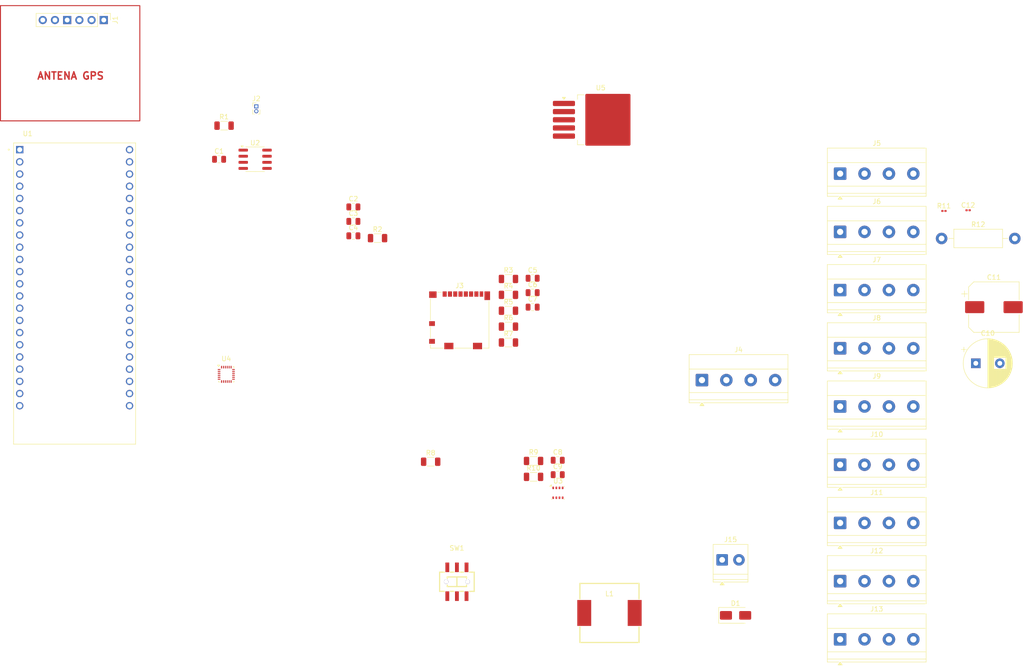
<source format=kicad_pcb>
(kicad_pcb (version 20241229) (generator "pcbnew") (generator_version "9.0")
  (layers (0 "F.Cu" signal) (2 "B.Cu" signal) (13 "F.Paste" user) (15 "B.Paste" user) (5 "F.SilkS" user "F.Silkscreen") (7 "B.SilkS" user "B.Silkscreen") (1 "F.Mask" user) (3 "B.Mask" user) (25 "Edge.Cuts" user))
  (net 0 "")
  (net 1 "GND")
  (net 3 "MOSI")
  (net 9 "Net-(U4-REGOUT)")
  (net 10 "EN")
  (net 19 "CS")
  (net 20 "MISO")
  (net 27 "CLK")
  (net 31 "TX")
  (net 32 "RX")
  (net 33 "5V")
  (net 34 "3.3V")
  (net 35 "CANL")
  (net 39 "CANH")
  (net 40 "S")
  (net 42 "Net-(J2-Pin_1)")
  (net 43 "SDA")
  (net 44 "SCL")
  (net 50 "Net-(U4-~{CS})")
  (net 51 "Net-(U4-AD0{slash}MISO)")
  (net 52 "Net-(U4-FSYNC)")
  (net 61 "Net-(U5-FB)")
  (net 62 "+5V")
  (net 99 "Net-(D1-K)")
  (net 100 "Net-(J15-Pin_1)")
  (net 101 "Net-(D1-A)")
  (net 102 "Net-(C11-Pad1)")
  (footprint "Resistor_SMD:R_1206_3216Metric" (layer "F.Cu") (at 155.0375 109.5)
    (property "Reference" "R8" (at 0 -1.83 0) (layer "F.SilkS"))
    (property "Value" "10K")
    (pad "1" smd roundrect (at -1.4625 0) (size 1.125 1.75) (layers "F.Cu" "F.Mask" "F.Paste") (roundrect_rratio 0.222222) (net 19 "CS"))
    (pad "2" smd roundrect (at 1.4625 0) (size 1.125 1.75) (layers "F.Cu" "F.Mask" "F.Paste") (roundrect_rratio 0.222222) (net 34 "3.3V"))
  )
  (footprint "easyeda2kicad:SW-SMD_MS-22D28-G020" (layer "F.Cu") (at 160.5 134.5)
    (property "Reference" "SW1" (at 0 -7 0) (layer "F.SilkS"))
    (property "Value" "MS-22D28-G020")
    (pad "" thru_hole circle (at -2.25 0) (size 0.9 0.9) (drill 0.9) (layers "*.Cu" "*.Mask"))
    (pad "" thru_hole circle (at 2.25 0) (size 0.9 0.9) (drill 0.9) (layers "*.Cu" "*.Mask"))
    (pad "1" smd rect (at -2 -3 90) (size 2 0.8) (layers "F.Cu" "F.Mask" "F.Paste") (net 102 "Net-(C11-Pad1)"))
    (pad "2" smd rect (at 0 -3 90) (size 2 0.8) (layers "F.Cu" "F.Mask" "F.Paste") (net 101 "Net-(D1-A)"))
    (pad "3" smd rect (at 2 -3 90) (size 2 0.8) (layers "F.Cu" "F.Mask" "F.Paste"))
    (pad "4" smd rect (at -2 3 90) (size 2 0.8) (layers "F.Cu" "F.Mask" "F.Paste") (net 62 "+5V"))
    (pad "5" smd rect (at 0 3 90) (size 2 0.8) (layers "F.Cu" "F.Mask" "F.Paste") (net 1 "GND"))
    (pad "6" smd rect (at 2 3 90) (size 2 0.8) (layers "F.Cu" "F.Mask" "F.Paste"))
  )
  (footprint "TerminalBlock_Phoenix:TerminalBlock_Phoenix_MKDS-1,5-4-5.08_1x04_P5.08mm_Horizontal" (layer "F.Cu") (at 240.26 73.75)
    (property "Reference" "J7" (at 7.62 -6.32 0) (layer "F.SilkS"))
    (property "Value" "Screw_Terminal_01x04")
    (pad "1" thru_hole roundrect (at 0 0) (size 2.6 2.6) (drill 1.3) (layers "*.Cu" "*.Mask") (roundrect_rratio 0.096154))
    (pad "2" thru_hole circle (at 5.08 0) (size 2.6 2.6) (drill 1.3) (layers "*.Cu" "*.Mask"))
    (pad "3" thru_hole circle (at 10.16 0) (size 2.6 2.6) (drill 1.3) (layers "*.Cu" "*.Mask"))
    (pad "4" thru_hole circle (at 15.24 0) (size 2.6 2.6) (drill 1.3) (layers "*.Cu" "*.Mask"))
  )
  (footprint "Conn_01x06:PinHeader_1x06_P2.54mm_Vertical" (layer "F.Cu") (at 87 17.5 -90)
    (property "Reference" "J1" (at 0 -2.38 90) (layer "F.SilkS"))
    (property "Value" "GN-2630G")
    (pad "1" thru_hole rect (at 0 0 270) (size 1.7 1.7) (drill 1) (layers "*.Cu" "*.Mask") (net 10 "EN"))
    (pad "2" thru_hole circle (at 0 2.54 270) (size 1.7 1.7) (drill 1) (layers "*.Cu" "*.Mask"))
    (pad "3" thru_hole circle (at 0 5.08 270) (size 1.7 1.7) (drill 1) (layers "*.Cu" "*.Mask") (net 31 "TX"))
    (pad "4" thru_hole rect (at 0 7.62 270) (size 1.7 1.7) (drill 1) (layers "*.Cu" "*.Mask") (net 32 "RX"))
    (pad "5" thru_hole circle (at 0 10.16 270) (size 1.7 1.7) (drill 1) (layers "*.Cu" "*.Mask") (net 1 "GND"))
    (pad "6" thru_hole circle (at 0 12.7 270) (size 1.7 1.7) (drill 1) (layers "*.Cu" "*.Mask") (net 33 "5V"))
  )
  (footprint "Resistor_SMD:R_1206_3216Metric" (layer "F.Cu") (at 176.45 112.65)
    (property "Reference" "R10" (at 0 -1.83 0) (layer "F.SilkS"))
    (property "Value" "4.7K")
    (pad "1" smd roundrect (at -1.4625 0) (size 1.125 1.75) (layers "F.Cu" "F.Mask" "F.Paste") (roundrect_rratio 0.222222) (net 43 "SDA"))
    (pad "2" smd roundrect (at 1.4625 0) (size 1.125 1.75) (layers "F.Cu" "F.Mask" "F.Paste") (roundrect_rratio 0.222222) (net 34 "3.3V"))
  )
  (footprint "Capacitor_SMD:C_0805_2012Metric" (layer "F.Cu") (at 176.26 71.28)
    (property "Reference" "C5" (at 0 -1.68 0) (layer "F.SilkS"))
    (property "Value" "0.1uF")
    (pad "1" smd roundrect (at -0.95 0) (size 1 1.45) (layers "F.Cu" "F.Mask" "F.Paste") (net 34 "3.3V"))
    (pad "2" smd roundrect (at 0.95 0) (size 1 1.45) (layers "F.Cu" "F.Mask" "F.Paste") (net 1 "GND"))
  )
  (footprint "Capacitor_SMD:C_0805_2012Metric" (layer "F.Cu") (at 181.48 112.2)
    (property "Reference" "C9" (at 0 -1.68 0) (layer "F.SilkS"))
    (property "Value" "0.1uF")
    (pad "1" smd roundrect (at -0.95 0) (size 1 1.45) (layers "F.Cu" "F.Mask" "F.Paste") (net 34 "3.3V"))
    (pad "2" smd roundrect (at 0.95 0) (size 1 1.45) (layers "F.Cu" "F.Mask" "F.Paste") (net 1 "GND"))
  )
  (footprint "ESP32-S3-DEVKITC-1U-N8R2:XCVR_ESP32-S3-DEVKITC-1U-N8R2" (layer "F.Cu") (at 80.93 74.47)
    (property "Reference" "U1" (at -9.775 -33.305 0) (layer "F.SilkS"))
    (property "Value" "ESP32-S3-DEVKITC-1U-N8R2")
    (pad "J1_1" thru_hole rect (at -11.43 -29.97) (size 1.53 1.53) (drill 1.02) (layers "*.Cu" "*.Mask") (net 34 "3.3V"))
    (pad "J1_2" thru_hole circle (at -11.43 -27.43) (size 1.53 1.53) (drill 1.02) (layers "*.Cu" "*.Mask") (net 34 "3.3V"))
    (pad "J1_3" thru_hole circle (at -11.43 -24.89) (size 1.53 1.53) (drill 1.02) (layers "*.Cu" "*.Mask"))
    (pad "J1_4" thru_hole circle (at -11.43 -22.35) (size 1.53 1.53) (drill 1.02) (layers "*.Cu" "*.Mask") (net 10 "EN"))
    (pad "J1_5" thru_hole circle (at -11.43 -19.81) (size 1.53 1.53) (drill 1.02) (layers "*.Cu" "*.Mask"))
    (pad "J1_6" thru_hole circle (at -11.43 -17.27) (size 1.53 1.53) (drill 1.02) (layers "*.Cu" "*.Mask"))
    (pad "J1_7" thru_hole circle (at -11.43 -14.73) (size 1.53 1.53) (drill 1.02) (layers "*.Cu" "*.Mask"))
    (pad "J1_8" thru_hole circle (at -11.43 -12.19) (size 1.53 1.53) (drill 1.02) (layers "*.Cu" "*.Mask"))
    (pad "J1_9" thru_hole circle (at -11.43 -9.65) (size 1.53 1.53) (drill 1.02) (layers "*.Cu" "*.Mask"))
    (pad "J1_10" thru_hole circle (at -11.43 -7.11) (size 1.53 1.53) (drill 1.02) (layers "*.Cu" "*.Mask"))
    (pad "J1_11" thru_hole circle (at -11.43 -4.57) (size 1.53 1.53) (drill 1.02) (layers "*.Cu" "*.Mask"))
    (pad "J1_12" thru_hole circle (at -11.43 -2.03) (size 1.53 1.53) (drill 1.02) (layers "*.Cu" "*.Mask") (net 43 "SDA"))
    (pad "J1_13" thru_hole circle (at -11.43 0.51) (size 1.53 1.53) (drill 1.02) (layers "*.Cu" "*.Mask"))
    (pad "J1_14" thru_hole circle (at -11.43 3.05) (size 1.53 1.53) (drill 1.02) (layers "*.Cu" "*.Mask"))
    (pad "J1_15" thru_hole circle (at -11.43 5.59) (size 1.53 1.53) (drill 1.02) (layers "*.Cu" "*.Mask") (net 44 "SCL"))
    (pad "J1_16" thru_hole circle (at -11.43 8.13) (size 1.53 1.53) (drill 1.02) (layers "*.Cu" "*.Mask") (net 19 "CS"))
    (pad "J1_17" thru_hole circle (at -11.43 10.67) (size 1.53 1.53) (drill 1.02) (layers "*.Cu" "*.Mask") (net 3 "MOSI"))
    (pad "J1_18" thru_hole circle (at -11.43 13.21) (size 1.53 1.53) (drill 1.02) (layers "*.Cu" "*.Mask") (net 27 "CLK"))
    (pad "J1_19" thru_hole circle (at -11.43 15.75) (size 1.53 1.53) (drill 1.02) (layers "*.Cu" "*.Mask") (net 20 "MISO"))
    (pad "J1_20" thru_hole circle (at -11.43 18.29) (size 1.53 1.53) (drill 1.02) (layers "*.Cu" "*.Mask"))
    (pad "J1_21" thru_hole circle (at -11.43 20.83) (size 1.53 1.53) (drill 1.02) (layers "*.Cu" "*.Mask") (net 33 "5V"))
    (pad "J1_22" thru_hole circle (at -11.43 23.37) (size 1.53 1.53) (drill 1.02) (layers "*.Cu" "*.Mask") (net 1 "GND"))
    (pad "J3_1" thru_hole circle (at 11.43 -29.97) (size 1.53 1.53) (drill 1.02) (layers "*.Cu" "*.Mask") (net 1 "GND"))
    (pad "J3_2" thru_hole circle (at 11.43 -27.43) (size 1.53 1.53) (drill 1.02) (layers "*.Cu" "*.Mask") (net 31 "TX"))
    (pad "J3_3" thru_hole circle (at 11.43 -24.89) (size 1.53 1.53) (drill 1.02) (layers "*.Cu" "*.Mask") (net 32 "RX"))
    (pad "J3_4" thru_hole circle (at 11.43 -22.35) (size 1.53 1.53) (drill 1.02) (layers "*.Cu" "*.Mask"))
    (pad "J3_5" thru_hole circle (at 11.43 -19.81) (size 1.53 1.53) (drill 1.02) (layers "*.Cu" "*.Mask"))
    (pad "J3_6" thru_hole circle (at 11.43 -17.27) (size 1.53 1.53) (drill 1.02) (layers "*.Cu" "*.Mask"))
    (pad "J3_7" thru_hole circle (at 11.43 -14.73) (size 1.53 1.53) (drill 1.02) (layers "*.Cu" "*.Mask"))
    (pad "J3_8" thru_hole circle (at 11.43 -12.19) (size 1.53 1.53) (drill 1.02) (layers "*.Cu" "*.Mask"))
    (pad "J3_9" thru_hole circle (at 11.43 -9.65) (size 1.53 1.53) (drill 1.02) (layers "*.Cu" "*.Mask"))
    (pad "J3_10" thru_hole circle (at 11.43 -7.11) (size 1.53 1.53) (drill 1.02) (layers "*.Cu" "*.Mask"))
    (pad "J3_11" thru_hole circle (at 11.43 -4.57) (size 1.53 1.53) (drill 1.02) (layers "*.Cu" "*.Mask"))
    (pad "J3_12" thru_hole circle (at 11.43 -2.03) (size 1.53 1.53) (drill 1.02) (layers "*.Cu" "*.Mask"))
    (pad "J3_13" thru_hole circle (at 11.43 0.51) (size 1.53 1.53) (drill 1.02) (layers "*.Cu" "*.Mask"))
    (pad "J3_14" thru_hole circle (at 11.43 3.05) (size 1.53 1.53) (drill 1.02) (layers "*.Cu" "*.Mask"))
    (pad "J3_15" thru_hole circle (at 11.43 5.59) (size 1.53 1.53) (drill 1.02) (layers "*.Cu" "*.Mask"))
    (pad "J3_16" thru_hole circle (at 11.43 8.13) (size 1.53 1.53) (drill 1.02) (layers "*.Cu" "*.Mask"))
    (pad "J3_17" thru_hole circle (at 11.43 10.67) (size 1.53 1.53) (drill 1.02) (layers "*.Cu" "*.Mask"))
    (pad "J3_18" thru_hole circle (at 11.43 13.21) (size 1.53 1.53) (drill 1.02) (layers "*.Cu" "*.Mask"))
    (pad "J3_19" thru_hole circle (at 11.43 15.75) (size 1.53 1.53) (drill 1.02) (layers "*.Cu" "*.Mask"))
    (pad "J3_20" thru_hole circle (at 11.43 18.29) (size 1.53 1.53) (drill 1.02) (layers "*.Cu" "*.Mask"))
    (pad "J3_21" thru_hole circle (at 11.43 20.83) (size 1.53 1.53) (drill 1.02) (layers "*.Cu" "*.Mask") (net 1 "GND"))
    (pad "J3_22" thru_hole circle (at 11.43 23.37) (size 1.53 1.53) (drill 1.02) (layers "*.Cu" "*.Mask") (net 1 "GND"))
  )
  (footprint "Capacitor_SMD:C_0805_2012Metric" (layer "F.Cu") (at 176.26 74.29)
    (property "Reference" "C6" (at 0 -1.68 0) (layer "F.SilkS"))
    (property "Value" "0.01uF")
    (pad "1" smd roundrect (at -0.95 0) (size 1 1.45) (layers "F.Cu" "F.Mask" "F.Paste") (net 34 "3.3V"))
    (pad "2" smd roundrect (at 0.95 0) (size 1 1.45) (layers "F.Cu" "F.Mask" "F.Paste") (net 1 "GND"))
  )
  (footprint "Sensor_Motion:InvenSense_QFN-24_3x3mm_P0.4mm" (layer "F.Cu") (at 112.5 91.3)
    (property "Reference" "U4" (at 0 -3.25 0) (layer "F.SilkS"))
    (property "Value" "MPU-9250")
    (pad "1" smd roundrect (at -1.5 -1) (size 0.55 0.2) (layers "F.Cu" "F.Mask" "F.Paste") (net 34 "3.3V"))
    (pad "2" smd roundrect (at -1.5 -0.6) (size 0.55 0.2) (layers "F.Cu" "F.Mask" "F.Paste"))
    (pad "3" smd roundrect (at -1.5 -0.2) (size 0.55 0.2) (layers "F.Cu" "F.Mask" "F.Paste"))
    (pad "4" smd roundrect (at -1.5 0.2) (size 0.55 0.2) (layers "F.Cu" "F.Mask" "F.Paste"))
    (pad "5" smd roundrect (at -1.5 0.6) (size 0.55 0.2) (layers "F.Cu" "F.Mask" "F.Paste"))
    (pad "6" smd roundrect (at -1.5 1) (size 0.55 0.2) (layers "F.Cu" "F.Mask" "F.Paste"))
    (pad "7" smd roundrect (at -1 1.5 90) (size 0.55 0.2) (layers "F.Cu" "F.Mask" "F.Paste"))
    (pad "8" smd roundrect (at -0.6 1.5 90) (size 0.55 0.2) (layers "F.Cu" "F.Mask" "F.Paste") (net 34 "3.3V"))
    (pad "9" smd roundrect (at -0.2 1.5 90) (size 0.55 0.2) (layers "F.Cu" "F.Mask" "F.Paste") (net 51 "Net-(U4-AD0{slash}MISO)"))
    (pad "10" smd roundrect (at 0.2 1.5 90) (size 0.55 0.2) (layers "F.Cu" "F.Mask" "F.Paste") (net 9 "Net-(U4-REGOUT)"))
    (pad "11" smd roundrect (at 0.6 1.5 90) (size 0.55 0.2) (layers "F.Cu" "F.Mask" "F.Paste") (net 52 "Net-(U4-FSYNC)"))
    (pad "12" smd roundrect (at 1 1.5 90) (size 0.55 0.2) (layers "F.Cu" "F.Mask" "F.Paste"))
    (pad "13" smd roundrect (at 1.5 1) (size 0.55 0.2) (layers "F.Cu" "F.Mask" "F.Paste") (net 34 "3.3V"))
    (pad "14" smd roundrect (at 1.5 0.6) (size 0.55 0.2) (layers "F.Cu" "F.Mask" "F.Paste"))
    (pad "15" smd roundrect (at 1.5 0.2) (size 0.55 0.2) (layers "F.Cu" "F.Mask" "F.Paste"))
    (pad "16" smd roundrect (at 1.5 -0.2) (size 0.55 0.2) (layers "F.Cu" "F.Mask" "F.Paste"))
    (pad "17" smd roundrect (at 1.5 -0.6) (size 0.55 0.2) (layers "F.Cu" "F.Mask" "F.Paste"))
    (pad "18" smd roundrect (at 1.5 -1) (size 0.55 0.2) (layers "F.Cu" "F.Mask" "F.Paste") (net 1 "GND"))
    (pad "19" smd roundrect (at 1 -1.5 90) (size 0.55 0.2) (layers "F.Cu" "F.Mask" "F.Paste"))
    (pad "20" smd roundrect (at 0.6 -1.5 90) (size 0.55 0.2) (layers "F.Cu" "F.Mask" "F.Paste") (net 1 "GND"))
    (pad "21" smd roundrect (at 0.2 -1.5 90) (size 0.55 0.2) (layers "F.Cu" "F.Mask" "F.Paste"))
    (pad "22" smd roundrect (at -0.2 -1.5 90) (size 0.55 0.2) (layers "F.Cu" "F.Mask" "F.Paste") (net 50 "Net-(U4-~{CS})"))
    (pad "23" smd roundrect (at -0.6 -1.5 90) (size 0.55 0.2) (layers "F.Cu" "F.Mask" "F.Paste") (net 44 "SCL"))
    (pad "24" smd roundrect (at -1 -1.5 90) (size 0.55 0.2) (layers "F.Cu" "F.Mask" "F.Paste") (net 43 "SDA"))
  )
  (footprint "Resistor_SMD:R_1206_3216Metric" (layer "F.Cu") (at 171.23 71.43)
    (property "Reference" "R3" (at 0 -1.83 0) (layer "F.SilkS"))
    (property "Value" "10K")
    (pad "1" smd roundrect (at -1.4625 0) (size 1.125 1.75) (layers "F.Cu" "F.Mask" "F.Paste") (roundrect_rratio 0.222222) (net 50 "Net-(U4-~{CS})"))
    (pad "2" smd roundrect (at 1.4625 0) (size 1.125 1.75) (layers "F.Cu" "F.Mask" "F.Paste") (roundrect_rratio 0.222222) (net 34 "3.3V"))
  )
  (footprint "Capacitor_THT:CP_Radial_D10.0mm_P5.00mm" (layer "F.Cu") (at 268.5 89)
    (property "Reference" "C10" (at 2.5 -6.25 0) (layer "F.SilkS"))
    (property "Value" "470uF")
    (pad "1" thru_hole rect (at 0 0) (size 2 2) (drill 1) (layers "*.Cu" "*.Mask") (net 100 "Net-(J15-Pin_1)"))
    (pad "2" thru_hole circle (at 5 0) (size 2 2) (drill 1) (layers "*.Cu" "*.Mask") (net 101 "Net-(D1-A)"))
  )
  (footprint "Connector_Card:microSD_HC_Molex_104031-0811" (layer "F.Cu") (at 161.06 80.025)
    (property "Reference" "J3" (at 0 -7.18 0) (layer "F.SilkS"))
    (property "Value" "Micro_SD_Card")
    (pad "1" smd rect (at -3.105 -5.45) (size 0.85 1.1) (layers "F.Cu" "F.Mask" "F.Paste"))
    (pad "2" smd rect (at -2.005 -5.45) (size 0.85 1.1) (layers "F.Cu" "F.Mask" "F.Paste") (net 19 "CS"))
    (pad "3" smd rect (at -0.905 -5.45) (size 0.85 1.1) (layers "F.Cu" "F.Mask" "F.Paste") (net 3 "MOSI"))
    (pad "4" smd rect (at 0.195 -5.45) (size 0.85 1.1) (layers "F.Cu" "F.Mask" "F.Paste") (net 34 "3.3V"))
    (pad "5" smd rect (at 1.295 -5.45) (size 0.85 1.1) (layers "F.Cu" "F.Mask" "F.Paste") (net 27 "CLK"))
    (pad "6" smd rect (at 2.395 -5.45) (size 0.85 1.1) (layers "F.Cu" "F.Mask" "F.Paste") (net 1 "GND"))
    (pad "7" smd rect (at 3.495 -5.45) (size 0.85 1.1) (layers "F.Cu" "F.Mask" "F.Paste") (net 20 "MISO"))
    (pad "8" smd rect (at 4.545 -5.45) (size 0.75 1.1) (layers "F.Cu" "F.Mask" "F.Paste"))
    (pad "9" smd rect (at -5.74 0.7) (size 1.2 1) (layers "F.Cu" "F.Mask" "F.Paste"))
    (pad "10" smd rect (at -5.74 4.4) (size 1.2 1) (layers "F.Cu" "F.Mask" "F.Paste"))
    (pad "11" smd rect (at -5.565 -5.325) (size 1.55 1.35) (layers "F.Cu" "F.Mask" "F.Paste"))
    (pad "11" smd rect (at -2.24 5.375) (size 1.9 1.35) (layers "F.Cu" "F.Mask" "F.Paste"))
    (pad "11" smd rect (at 3.73 5.375) (size 1.9 1.35) (layers "F.Cu" "F.Mask" "F.Paste"))
    (pad "11" smd rect (at 5.755 -5.1) (size 1.17 1.8) (layers "F.Cu" "F.Mask" "F.Paste"))
  )
  (footprint "Resistor_SMD:R_0201_0603Metric" (layer "F.Cu") (at 261.87 57.27)
    (property "Reference" "R11" (at 0 -1.05 0) (layer "F.SilkS"))
    (property "Value" "1K")
    (pad "1" smd roundrect (at -0.32 0) (size 0.46 0.4) (layers "F.Cu" "F.Mask") (net 1 "GND"))
    (pad "2" smd roundrect (at 0.32 0) (size 0.46 0.4) (layers "F.Cu" "F.Mask") (net 61 "Net-(U5-FB)"))
  )
  (footprint "Resistor_SMD:R_1206_3216Metric" (layer "F.Cu") (at 171.23 84.67)
    (property "Reference" "R7" (at 0 -1.83 0) (layer "F.SilkS"))
    (property "Value" "10K")
    (pad "1" smd roundrect (at -1.4625 0) (size 1.125 1.75) (layers "F.Cu" "F.Mask" "F.Paste") (roundrect_rratio 0.222222) (net 1 "GND"))
    (pad "2" smd roundrect (at 1.4625 0) (size 1.125 1.75) (layers "F.Cu" "F.Mask" "F.Paste") (roundrect_rratio 0.222222) (net 52 "Net-(U4-FSYNC)"))
  )
  (footprint "Capacitor_SMD:CP_Elec_10x10" (layer "F.Cu") (at 272.270354 77.3)
    (property "Reference" "C11" (at 0 -6.2 0) (layer "F.SilkS"))
    (property "Value" "220uF")
    (pad "1" smd roundrect (at -4 0) (size 4 2.5) (layers "F.Cu" "F.Mask" "F.Paste") (roundrect_rratio 0.1) (net 102 "Net-(C11-Pad1)"))
    (pad "2" smd roundrect (at 4 0) (size 4 2.5) (layers "F.Cu" "F.Mask" "F.Paste") (roundrect_rratio 0.1) (net 101 "Net-(D1-A)"))
  )
  (footprint "TerminalBlock_Phoenix:TerminalBlock_Phoenix_MKDS-1,5-4-5.08_1x04_P5.08mm_Horizontal" (layer "F.Cu") (at 240.26 61.625)
    (property "Reference" "J6" (at 7.62 -6.32 0) (layer "F.SilkS"))
    (property "Value" "Screw_Terminal_01x04")
    (pad "1" thru_hole roundrect (at 0 0) (size 2.6 2.6) (drill 1.3) (layers "*.Cu" "*.Mask") (roundrect_rratio 0.096154))
    (pad "2" thru_hole circle (at 5.08 0) (size 2.6 2.6) (drill 1.3) (layers "*.Cu" "*.Mask"))
    (pad "3" thru_hole circle (at 10.16 0) (size 2.6 2.6) (drill 1.3) (layers "*.Cu" "*.Mask"))
    (pad "4" thru_hole circle (at 15.24 0) (size 2.6 2.6) (drill 1.3) (layers "*.Cu" "*.Mask"))
  )
  (footprint "TerminalBlock_Phoenix:TerminalBlock_Phoenix_MKDS-1,5-4-5.08_1x04_P5.08mm_Horizontal" (layer "F.Cu") (at 240.26 98)
    (property "Reference" "J9" (at 7.62 -6.32 0) (layer "F.SilkS"))
    (property "Value" "Screw_Terminal_01x04")
    (pad "1" thru_hole roundrect (at 0 0) (size 2.6 2.6) (drill 1.3) (layers "*.Cu" "*.Mask") (roundrect_rratio 0.096154))
    (pad "2" thru_hole circle (at 5.08 0) (size 2.6 2.6) (drill 1.3) (layers "*.Cu" "*.Mask"))
    (pad "3" thru_hole circle (at 10.16 0) (size 2.6 2.6) (drill 1.3) (layers "*.Cu" "*.Mask"))
    (pad "4" thru_hole circle (at 15.24 0) (size 2.6 2.6) (drill 1.3) (layers "*.Cu" "*.Mask"))
  )
  (footprint "Connector_PinHeader_1.00mm:PinHeader_1x02_P1.00mm_Vertical" (layer "F.Cu") (at 118.75 35.49)
    (property "Reference" "J2" (at 0 -1.61 0) (layer "F.SilkS"))
    (property "Value" "Jumper")
    (pad "1" thru_hole rect (at 0 0) (size 0.85 0.85) (drill 0.5) (layers "*.Cu" "*.Mask") (net 42 "Net-(J2-Pin_1)"))
    (pad "2" thru_hole circle (at 0 1) (size 0.85 0.85) (drill 0.5) (layers "*.Cu" "*.Mask") (net 35 "CANL"))
  )
  (footprint "Resistor_SMD:R_1206_3216Metric" (layer "F.Cu") (at 171.23 74.74)
    (property "Reference" "R4" (at 0 -1.83 0) (layer "F.SilkS"))
    (property "Value" "10K")
    (pad "1" smd roundrect (at -1.4625 0) (size 1.125 1.75) (layers "F.Cu" "F.Mask" "F.Paste") (roundrect_rratio 0.222222) (net 43 "SDA"))
    (pad "2" smd roundrect (at 1.4625 0) (size 1.125 1.75) (layers "F.Cu" "F.Mask" "F.Paste") (roundrect_rratio 0.222222) (net 34 "3.3V"))
  )
  (footprint "Resistor_SMD:R_1206_3216Metric" (layer "F.Cu") (at 176.45 109.34)
    (property "Reference" "R9" (at 0 -1.83 0) (layer "F.SilkS"))
    (property "Value" "4.7K")
    (pad "1" smd roundrect (at -1.4625 0) (size 1.125 1.75) (layers "F.Cu" "F.Mask" "F.Paste") (roundrect_rratio 0.222222) (net 44 "SCL"))
    (pad "2" smd roundrect (at 1.4625 0) (size 1.125 1.75) (layers "F.Cu" "F.Mask" "F.Paste") (roundrect_rratio 0.222222) (net 34 "3.3V"))
  )
  (footprint "TerminalBlock_Phoenix:TerminalBlock_Phoenix_PT-1,5-2-3.5-H_1x02_P3.50mm_Horizontal" (layer "F.Cu") (at 215.705 129.94)
    (property "Reference" "J15" (at 1.75 -4.22 0) (layer "F.SilkS"))
    (property "Value" "POWER")
    (pad "1" thru_hole roundrect (at 0 0) (size 2.4 2.4) (drill 1.2) (layers "*.Cu" "*.Mask") (roundrect_rratio 0.104167) (net 100 "Net-(J15-Pin_1)"))
    (pad "2" thru_hole circle (at 3.5 0) (size 2.4 2.4) (drill 1.2) (layers "*.Cu" "*.Mask") (net 101 "Net-(D1-A)"))
  )
  (footprint "Capacitor_SMD:C_0805_2012Metric" (layer "F.Cu") (at 176.26 77.3)
    (property "Reference" "C7" (at 0 -1.68 0) (layer "F.SilkS"))
    (property "Value" "0.1uF")
    (pad "1" smd roundrect (at -0.95 0) (size 1 1.45) (layers "F.Cu" "F.Mask" "F.Paste") (net 9 "Net-(U4-REGOUT)"))
    (pad "2" smd roundrect (at 0.95 0) (size 1 1.45) (layers "F.Cu" "F.Mask" "F.Paste") (net 1 "GND"))
  )
  (footprint "TerminalBlock_Phoenix:TerminalBlock_Phoenix_MKDS-1,5-4-5.08_1x04_P5.08mm_Horizontal" (layer "F.Cu") (at 240.26 110.125)
    (property "Reference" "J10" (at 7.62 -6.32 0) (layer "F.SilkS"))
    (property "Value" "Screw_Terminal_01x04")
    (pad "1" thru_hole roundrect (at 0 0) (size 2.6 2.6) (drill 1.3) (layers "*.Cu" "*.Mask") (roundrect_rratio 0.096154))
    (pad "2" thru_hole circle (at 5.08 0) (size 2.6 2.6) (drill 1.3) (layers "*.Cu" "*.Mask"))
    (pad "3" thru_hole circle (at 10.16 0) (size 2.6 2.6) (drill 1.3) (layers "*.Cu" "*.Mask"))
    (pad "4" thru_hole circle (at 15.24 0) (size 2.6 2.6) (drill 1.3) (layers "*.Cu" "*.Mask"))
  )
  (footprint "Resistor_THT:R_Axial_DIN0411_L9.9mm_D3.6mm_P15.24mm_Horizontal" (layer "F.Cu") (at 261.38 63)
    (property "Reference" "R12" (at 7.62 -2.92 0) (layer "F.SilkS"))
    (property "Value" "3K")
    (pad "1" thru_hole circle (at 0 0) (size 2.4 2.4) (drill 1.2) (layers "*.Cu" "*.Mask") (net 102 "Net-(C11-Pad1)"))
    (pad "2" thru_hole oval (at 15.24 0) (size 2.4 2.4) (drill 1.2) (layers "*.Cu" "*.Mask") (net 61 "Net-(U5-FB)"))
  )
  (footprint "Package_SO:SOIC-8_3.9x4.9mm_P1.27mm" (layer "F.Cu") (at 118.5 46.5)
    (property "Reference" "U2" (at 0 -3.4 0) (layer "F.SilkS"))
    (property "Value" "TJA1051T")
    (pad "1" smd roundrect (at -2.475 -1.905) (size 1.95 0.6) (layers "F.Cu" "F.Mask" "F.Paste") (net 31 "TX"))
    (pad "2" smd roundrect (at -2.475 -0.635) (size 1.95 0.6) (layers "F.Cu" "F.Mask" "F.Paste") (net 1 "GND"))
    (pad "3" smd roundrect (at -2.475 0.635) (size 1.95 0.6) (layers "F.Cu" "F.Mask" "F.Paste") (net 33 "5V"))
    (pad "4" smd roundrect (at -2.475 1.905) (size 1.95 0.6) (layers "F.Cu" "F.Mask" "F.Paste") (net 32 "RX"))
    (pad "5" smd roundrect (at 2.475 1.905) (size 1.95 0.6) (layers "F.Cu" "F.Mask" "F.Paste"))
    (pad "6" smd roundrect (at 2.475 0.635) (size 1.95 0.6) (layers "F.Cu" "F.Mask" "F.Paste") (net 35 "CANL"))
    (pad "7" smd roundrect (at 2.475 -0.635) (size 1.95 0.6) (layers "F.Cu" "F.Mask" "F.Paste") (net 39 "CANH"))
    (pad "8" smd roundrect (at 2.475 -1.905) (size 1.95 0.6) (layers "F.Cu" "F.Mask" "F.Paste") (net 40 "S"))
  )
  (footprint "TerminalBlock_Phoenix:TerminalBlock_Phoenix_MKDS-1,5-4-5.08_1x04_P5.08mm_Horizontal" (layer "F.Cu") (at 240.26 49.5)
    (property "Reference" "J5" (at 7.62 -6.32 0) (layer "F.SilkS"))
    (property "Value" "Screw_Terminal_01x04")
    (pad "1" thru_hole roundrect (at 0 0) (size 2.6 2.6) (drill 1.3) (layers "*.Cu" "*.Mask") (roundrect_rratio 0.096154))
    (pad "2" thru_hole circle (at 5.08 0) (size 2.6 2.6) (drill 1.3) (layers "*.Cu" "*.Mask"))
    (pad "3" thru_hole circle (at 10.16 0) (size 2.6 2.6) (drill 1.3) (layers "*.Cu" "*.Mask"))
    (pad "4" thru_hole circle (at 15.24 0) (size 2.6 2.6) (drill 1.3) (layers "*.Cu" "*.Mask"))
  )
  (footprint "Capacitor_SMD:C_0805_2012Metric" (layer "F.Cu") (at 138.95 56.43)
    (property "Reference" "C2" (at 0 -1.68 0) (layer "F.SilkS"))
    (property "Value" "0.1uF")
    (pad "1" smd roundrect (at -0.95 0) (size 1 1.45) (layers "F.Cu" "F.Mask" "F.Paste") (net 33 "5V"))
    (pad "2" smd roundrect (at 0.95 0) (size 1 1.45) (layers "F.Cu" "F.Mask" "F.Paste") (net 1 "GND"))
  )
  (footprint "TerminalBlock_Phoenix:TerminalBlock_Phoenix_MKDS-1,5-4-5.08_1x04_P5.08mm_Horizontal" (layer "F.Cu") (at 240.26 146.5)
    (property "Reference" "J13" (at 7.62 -6.32 0) (layer "F.SilkS"))
    (property "Value" "Screw_Terminal_01x04")
    (pad "1" thru_hole roundrect (at 0 0) (size 2.6 2.6) (drill 1.3) (layers "*.Cu" "*.Mask") (roundrect_rratio 0.096154))
    (pad "2" thru_hole circle (at 5.08 0) (size 2.6 2.6) (drill 1.3) (layers "*.Cu" "*.Mask"))
    (pad "3" thru_hole circle (at 10.16 0) (size 2.6 2.6) (drill 1.3) (layers "*.Cu" "*.Mask"))
    (pad "4" thru_hole circle (at 15.24 0) (size 2.6 2.6) (drill 1.3) (layers "*.Cu" "*.Mask"))
  )
  (footprint "Capacitor_SMD:C_0805_2012Metric" (layer "F.Cu") (at 138.95 62.45)
    (property "Reference" "C4" (at 0 -1.68 0) (layer "F.SilkS"))
    (property "Value" "0.1uF")
    (pad "1" smd roundrect (at -0.95 0) (size 1 1.45) (layers "F.Cu" "F.Mask" "F.Paste") (net 32 "RX"))
    (pad "2" smd roundrect (at 0.95 0) (size 1 1.45) (layers "F.Cu" "F.Mask" "F.Paste") (net 1 "GND"))
  )
  (footprint "Capacitor_SMD:C_0201_0603Metric" (layer "F.Cu") (at 266.9 57.12)
    (property "Reference" "C12" (at 0 -1.05 0) (layer "F.SilkS"))
    (property "Value" "470pF")
    (pad "1" smd roundrect (at -0.32 0) (size 0.46 0.4) (layers "F.Cu" "F.Mask") (net 61 "Net-(U5-FB)"))
    (pad "2" smd roundrect (at 0.32 0) (size 0.46 0.4) (layers "F.Cu" "F.Mask") (net 102 "Net-(C11-Pad1)"))
  )
  (footprint "TerminalBlock_Phoenix:TerminalBlock_Phoenix_MKDS-1,5-4-5.08_1x04_P5.08mm_Horizontal" (layer "F.Cu") (at 211.5 92.5)
    (property "Reference" "J4" (at 7.62 -6.32 0) (layer "F.SilkS"))
    (property "Value" "Screw_Terminal_01x04")
    (pad "1" thru_hole roundrect (at 0 0) (size 2.6 2.6) (drill 1.3) (layers "*.Cu" "*.Mask") (roundrect_rratio 0.096154))
    (pad "2" thru_hole circle (at 5.08 0) (size 2.6 2.6) (drill 1.3) (layers "*.Cu" "*.Mask"))
    (pad "3" thru_hole circle (at 10.16 0) (size 2.6 2.6) (drill 1.3) (layers "*.Cu" "*.Mask"))
    (pad "4" thru_hole circle (at 15.24 0) (size 2.6 2.6) (drill 1.3) (layers "*.Cu" "*.Mask"))
  )
  (footprint "TerminalBlock_Phoenix:TerminalBlock_Phoenix_MKDS-1,5-4-5.08_1x04_P5.08mm_Horizontal" (layer "F.Cu") (at 240.26 134.375)
    (property "Reference" "J12" (at 7.62 -6.32 0) (layer "F.SilkS"))
    (property "Value" "Screw_Terminal_01x04")
    (pad "1" thru_hole roundrect (at 0 0) (size 2.6 2.6) (drill 1.3) (layers "*.Cu" "*.Mask") (roundrect_rratio 0.096154))
    (pad "2" thru_hole circle (at 5.08 0) (size 2.6 2.6) (drill 1.3) (layers "*.Cu" "*.Mask"))
    (pad "3" thru_hole circle (at 10.16 0) (size 2.6 2.6) (drill 1.3) (layers "*.Cu" "*.Mask"))
    (pad "4" thru_hole circle (at 15.24 0) (size 2.6 2.6) (drill 1.3) (layers "*.Cu" "*.Mask"))
  )
  (footprint "Diode_SMD:D_SMA" (layer "F.Cu") (at 218.5 141.5)
    (property "Reference" "D1" (at 0 -2.5 0) (layer "F.SilkS"))
    (property "Value" "5V")
    (pad "1" smd roundrect (at -2 0) (size 2.5 1.8) (layers "F.Cu" "F.Mask" "F.Paste") (roundrect_rratio 0.1388888889) (net 99 "Net-(D1-K)"))
    (pad "2" smd roundrect (at 2 0) (size 2.5 1.8) (layers "F.Cu" "F.Mask" "F.Paste") (roundrect_rratio 0.1388888889) (net 101 "Net-(D1-A)"))
  )
  (footprint "Resistor_SMD:R_1206_3216Metric" (layer "F.Cu") (at 143.98 62.93)
    (property "Reference" "R2" (at 0 -1.83 0) (layer "F.SilkS"))
    (property "Value" "120R")
    (pad "1" smd roundrect (at -1.4625 0) (size 1.125 1.75) (layers "F.Cu" "F.Mask" "F.Paste") (roundrect_rratio 0.222222) (net 40 "S"))
    (pad "2" smd roundrect (at 1.4625 0) (size 1.125 1.75) (layers "F.Cu" "F.Mask" "F.Paste") (roundrect_rratio 0.222222) (net 1 "GND"))
  )
  (footprint "Capacitor_SMD:C_0805_2012Metric" (layer "F.Cu") (at 138.95 59.44)
    (property "Reference" "C3" (at 0 -1.68 0) (layer "F.SilkS"))
    (property "Value" "47uF")
    (pad "1" smd roundrect (at -0.95 0) (size 1 1.45) (layers "F.Cu" "F.Mask" "F.Paste") (net 33 "5V"))
    (pad "2" smd roundrect (at 0.95 0) (size 1 1.45) (layers "F.Cu" "F.Mask" "F.Paste") (net 1 "GND"))
  )
  (footprint "Package_LGA:Bosch_LGA-8_2.5x2.5mm_P0.65mm_ClockwisePinNumbering" (layer "F.Cu") (at 181.525 115.975)
    (property "Reference" "U3" (at 0.015 -2.465 0) (layer "F.SilkS"))
    (property "Value" "BME280")
    (pad "1" smd rect (at -0.975 -1.025 90) (size 0.5 0.35) (layers "F.Cu" "F.Mask" "F.Paste") (net 1 "GND"))
    (pad "2" smd rect (at -0.325 -1.025 90) (size 0.5 0.35) (layers "F.Cu" "F.Mask" "F.Paste") (net 34 "3.3V"))
    (pad "3" smd rect (at 0.325 -1.025 90) (size 0.5 0.35) (layers "F.Cu" "F.Mask" "F.Paste") (net 43 "SDA"))
    (pad "4" smd rect (at 0.975 -1.025 90) (size 0.5 0.35) (layers "F.Cu" "F.Mask" "F.Paste") (net 44 "SCL"))
    (pad "5" smd rect (at 0.975 1.025 90) (size 0.5 0.35) (layers "F.Cu" "F.Mask" "F.Paste") (net 1 "GND"))
    (pad "6" smd rect (at 0.325 1.025 90) (size 0.5 0.35) (layers "F.Cu" "F.Mask" "F.Paste") (net 34 "3.3V"))
    (pad "7" smd rect (at -0.325 1.025 90) (size 0.5 0.35) (layers "F.Cu" "F.Mask" "F.Paste") (net 1 "GND"))
    (pad "8" smd rect (at -0.975 1.025 90) (size 0.5 0.35) (layers "F.Cu" "F.Mask" "F.Paste") (net 34 "3.3V"))
  )
  (footprint "Resistor_SMD:R_1206_3216Metric" (layer "F.Cu") (at 112.0375 39.5)
    (property "Reference" "R1" (at 0 -1.83 0) (layer "F.SilkS"))
    (property "Value" "120R")
    (pad "1" smd roundrect (at -1.4625 0) (size 1.125 1.75) (layers "F.Cu" "F.Mask" "F.Paste") (roundrect_rratio 0.222222) (net 39 "CANH"))
    (pad "2" smd roundrect (at 1.4625 0) (size 1.125 1.75) (layers "F.Cu" "F.Mask" "F.Paste") (roundrect_rratio 0.222222) (net 42 "Net-(J2-Pin_1)"))
  )
  (footprint "Resistor_SMD:R_1206_3216Metric" (layer "F.Cu") (at 171.23 78.05)
    (property "Reference" "R5" (at 0 -1.83 0) (layer "F.SilkS"))
    (property "Value" "10K")
    (pad "1" smd roundrect (at -1.4625 0) (size 1.125 1.75) (layers "F.Cu" "F.Mask" "F.Paste") (roundrect_rratio 0.222222) (net 44 "SCL"))
    (pad "2" smd roundrect (at 1.4625 0) (size 1.125 1.75) (layers "F.Cu" "F.Mask" "F.Paste") (roundrect_rratio 0.222222) (net 34 "3.3V"))
  )
  (footprint "TerminalBlock_Phoenix:TerminalBlock_Phoenix_MKDS-1,5-4-5.08_1x04_P5.08mm_Horizontal" (layer "F.Cu") (at 240.26 85.875)
    (property "Reference" "J8" (at 7.62 -6.32 0) (layer "F.SilkS"))
    (property "Value" "Screw_Terminal_01x04")
    (pad "1" thru_hole roundrect (at 0 0) (size 2.6 2.6) (drill 1.3) (layers "*.Cu" "*.Mask") (roundrect_rratio 0.096154))
    (pad "2" thru_hole circle (at 5.08 0) (size 2.6 2.6) (drill 1.3) (layers "*.Cu" "*.Mask"))
    (pad "3" thru_hole circle (at 10.16 0) (size 2.6 2.6) (drill 1.3) (layers "*.Cu" "*.Mask"))
    (pad "4" thru_hole circle (at 15.24 0) (size 2.6 2.6) (drill 1.3) (layers "*.Cu" "*.Mask"))
  )
  (footprint "Capacitor_SMD:C_0805_2012Metric" (layer "F.Cu") (at 181.48 109.19)
    (property "Reference" "C8" (at 0 -1.68 0) (layer "F.SilkS"))
    (property "Value" "0.1uF")
    (pad "1" smd roundrect (at -0.95 0) (size 1 1.45) (layers "F.Cu" "F.Mask" "F.Paste") (net 34 "3.3V"))
    (pad "2" smd roundrect (at 0.95 0) (size 1 1.45) (layers "F.Cu" "F.Mask" "F.Paste") (net 1 "GND"))
  )
  (footprint "Package_TO_SOT_SMD:TO-263-5_TabPin3" (layer "F.Cu") (at 190.425 38.275)
    (property "Reference" "U5" (at 0 -6.65 0) (layer "F.SilkS"))
    (property "Value" "LM2596S-5")
    (pad "1" smd roundrect (at -7.65 -3.4) (size 4.6 1.1) (layers "F.Cu" "F.Mask" "F.Paste") (roundrect_rratio 0.227273) (net 100 "Net-(J15-Pin_1)"))
    (pad "2" smd roundrect (at -7.65 -1.7) (size 4.6 1.1) (layers "F.Cu" "F.Mask" "F.Paste") (roundrect_rratio 0.227273) (net 99 "Net-(D1-K)"))
    (pad "3" smd roundrect (at -7.65 0) (size 4.6 1.1) (layers "F.Cu" "F.Mask" "F.Paste") (roundrect_rratio 0.227273) (net 101 "Net-(D1-A)"))
    (pad "3" smd roundrect (at 1.5 0) (size 9.4 10.8) (layers "F.Cu" "F.Mask") (roundrect_rratio 0.026596) (net 101 "Net-(D1-A)"))
    (pad "4" smd roundrect (at -7.65 1.7) (size 4.6 1.1) (layers "F.Cu" "F.Mask" "F.Paste") (roundrect_rratio 0.227273) (net 61 "Net-(U5-FB)"))
    (pad "5" smd roundrect (at -7.65 3.4) (size 4.6 1.1) (layers "F.Cu" "F.Mask" "F.Paste") (roundrect_rratio 0.227273) (net 101 "Net-(D1-A)"))
  )
  (footprint "Capacitor_SMD:C_0805_2012Metric" (layer "F.Cu") (at 111 46.5)
    (property "Reference" "C1" (at 0 -1.68 0) (layer "F.SilkS"))
    (property "Value" "100pF")
    (pad "1" smd roundrect (at -0.95 0) (size 1 1.45) (layers "F.Cu" "F.Mask" "F.Paste") (net 39 "CANH"))
    (pad "2" smd roundrect (at 0.95 0) (size 1 1.45) (layers "F.Cu" "F.Mask" "F.Paste") (net 35 "CANL"))
  )
  (footprint "easyeda2kicad:IND-SMD_L12.3-W12.3_SMDRI127" (layer "F.Cu") (at 192.25 141)
    (property "Reference" "L1" (at 0 -4 0) (layer "F.SilkS"))
    (property "Value" "SMDRI127-680MT")
    (pad "1" smd rect (at -5.25 0) (size 2.9 5.4) (layers "F.Cu" "F.Mask" "F.Paste") (net 99 "Net-(D1-K)"))
    (pad "2" smd rect (at 5.25 0) (size 2.9 5.4) (layers "F.Cu" "F.Mask" "F.Paste") (net 102 "Net-(C11-Pad1)"))
  )
  (footprint "TerminalBlock_Phoenix:TerminalBlock_Phoenix_MKDS-1,5-4-5.08_1x04_P5.08mm_Horizontal" (layer "F.Cu") (at 240.26 122.25)
    (property "Reference" "J11" (at 7.62 -6.32 0) (layer "F.SilkS"))
    (property "Value" "Screw_Terminal_01x04")
    (pad "1" thru_hole roundrect (at 0 0) (size 2.6 2.6) (drill 1.3) (layers "*.Cu" "*.Mask") (roundrect_rratio 0.096154))
    (pad "2" thru_hole circle (at 5.08 0) (size 2.6 2.6) (drill 1.3) (layers "*.Cu" "*.Mask"))
    (pad "3" thru_hole circle (at 10.16 0) (size 2.6 2.6) (drill 1.3) (layers "*.Cu" "*.Mask"))
    (pad "4" thru_hole circle (at 15.24 0) (size 2.6 2.6) (drill 1.3) (layers "*.Cu" "*.Mask"))
  )
  (footprint "Resistor_SMD:R_1206_3216Metric" (layer "F.Cu") (at 171.23 81.36)
    (property "Reference" "R6" (at 0 -1.83 0) (layer "F.SilkS"))
    (property "Value" "10K")
    (pad "1" smd roundrect (at -1.4625 0) (size 1.125 1.75) (layers "F.Cu" "F.Mask" "F.Paste") (roundrect_rratio 0.222222) (net 1 "GND"))
    (pad "2" smd roundrect (at 1.4625 0) (size 1.125 1.75) (layers "F.Cu" "F.Mask" "F.Paste") (roundrect_rratio 0.222222) (net 51 "Net-(U4-AD0{slash}MISO)"))
  )
  (gr_rect (start 65.5 14.5) (end 94.5 38.5) (stroke (width 0.2)) (fill no) (layer "F.Cu"))
  (gr_text "ANTENA GPS\n" (at 73 30 0) (layer "F.Cu") (effects (font (size 1.5 1.5) (thickness 0.3) (bold yes)) (justify left bottom)))
)
</source>
